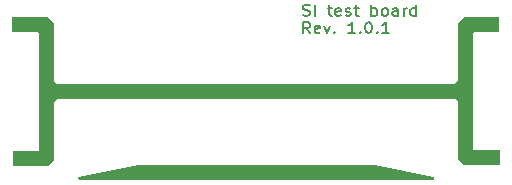
<source format=gbr>
%TF.GenerationSoftware,KiCad,Pcbnew,8.0.7-rc1-202412020537~5dd4718db0~ubuntu22.04.1*%
%TF.CreationDate,2025-02-21T12:43:02+01:00*%
%TF.ProjectId,DIFF_PN,44494646-5f50-44e2-9e6b-696361645f70,1.0.1*%
%TF.SameCoordinates,Original*%
%TF.FileFunction,Soldermask,Top*%
%TF.FilePolarity,Negative*%
%FSLAX46Y46*%
G04 Gerber Fmt 4.6, Leading zero omitted, Abs format (unit mm)*
G04 Created by KiCad (PCBNEW 8.0.7-rc1-202412020537~5dd4718db0~ubuntu22.04.1) date 2025-02-21 12:43:02*
%MOMM*%
%LPD*%
G01*
G04 APERTURE LIST*
%ADD10C,0.000000*%
%ADD11C,0.150000*%
G04 APERTURE END LIST*
D10*
G36*
X100959500Y-106650000D02*
G01*
X98380000Y-106650000D01*
X98380000Y-105360000D01*
X100959500Y-105360000D01*
X100959500Y-106650000D01*
G37*
G36*
X137430000Y-116670000D02*
G01*
X136139998Y-116670000D01*
X136139998Y-106690500D01*
X137430000Y-106690500D01*
X137430000Y-116670000D01*
G37*
G36*
X139670000Y-117931764D02*
G01*
X137090500Y-117931764D01*
X137090501Y-116641764D01*
X139670001Y-116641764D01*
X139670000Y-117931764D01*
G37*
G36*
X101910001Y-116689500D02*
G01*
X100620000Y-116689500D01*
X100620000Y-106710000D01*
X101910001Y-106710000D01*
X101910001Y-116689500D01*
G37*
G36*
X136239750Y-112290000D02*
G01*
X101760250Y-112290000D01*
X101760250Y-111000000D01*
X136239750Y-111000000D01*
X136239750Y-112290000D01*
G37*
G36*
X139629500Y-106660000D02*
G01*
X137420000Y-106660000D01*
X137420000Y-105370000D01*
X139629500Y-105370000D01*
X139629500Y-106660000D01*
G37*
G36*
X100630000Y-117973973D02*
G01*
X98420500Y-117973973D01*
X98420500Y-116683973D01*
X100630000Y-116683973D01*
X100630000Y-117973973D01*
G37*
D11*
X122989160Y-105194225D02*
X123132017Y-105237082D01*
X123132017Y-105237082D02*
X123370112Y-105237082D01*
X123370112Y-105237082D02*
X123465350Y-105194225D01*
X123465350Y-105194225D02*
X123512969Y-105151367D01*
X123512969Y-105151367D02*
X123560588Y-105065653D01*
X123560588Y-105065653D02*
X123560588Y-104979939D01*
X123560588Y-104979939D02*
X123512969Y-104894225D01*
X123512969Y-104894225D02*
X123465350Y-104851367D01*
X123465350Y-104851367D02*
X123370112Y-104808510D01*
X123370112Y-104808510D02*
X123179636Y-104765653D01*
X123179636Y-104765653D02*
X123084398Y-104722796D01*
X123084398Y-104722796D02*
X123036779Y-104679939D01*
X123036779Y-104679939D02*
X122989160Y-104594225D01*
X122989160Y-104594225D02*
X122989160Y-104508510D01*
X122989160Y-104508510D02*
X123036779Y-104422796D01*
X123036779Y-104422796D02*
X123084398Y-104379939D01*
X123084398Y-104379939D02*
X123179636Y-104337082D01*
X123179636Y-104337082D02*
X123417731Y-104337082D01*
X123417731Y-104337082D02*
X123560588Y-104379939D01*
X123989160Y-105237082D02*
X123989160Y-104337082D01*
X125084398Y-104637082D02*
X125465350Y-104637082D01*
X125227255Y-104337082D02*
X125227255Y-105108510D01*
X125227255Y-105108510D02*
X125274874Y-105194225D01*
X125274874Y-105194225D02*
X125370112Y-105237082D01*
X125370112Y-105237082D02*
X125465350Y-105237082D01*
X126179636Y-105194225D02*
X126084398Y-105237082D01*
X126084398Y-105237082D02*
X125893922Y-105237082D01*
X125893922Y-105237082D02*
X125798684Y-105194225D01*
X125798684Y-105194225D02*
X125751065Y-105108510D01*
X125751065Y-105108510D02*
X125751065Y-104765653D01*
X125751065Y-104765653D02*
X125798684Y-104679939D01*
X125798684Y-104679939D02*
X125893922Y-104637082D01*
X125893922Y-104637082D02*
X126084398Y-104637082D01*
X126084398Y-104637082D02*
X126179636Y-104679939D01*
X126179636Y-104679939D02*
X126227255Y-104765653D01*
X126227255Y-104765653D02*
X126227255Y-104851367D01*
X126227255Y-104851367D02*
X125751065Y-104937082D01*
X126608208Y-105194225D02*
X126703446Y-105237082D01*
X126703446Y-105237082D02*
X126893922Y-105237082D01*
X126893922Y-105237082D02*
X126989160Y-105194225D01*
X126989160Y-105194225D02*
X127036779Y-105108510D01*
X127036779Y-105108510D02*
X127036779Y-105065653D01*
X127036779Y-105065653D02*
X126989160Y-104979939D01*
X126989160Y-104979939D02*
X126893922Y-104937082D01*
X126893922Y-104937082D02*
X126751065Y-104937082D01*
X126751065Y-104937082D02*
X126655827Y-104894225D01*
X126655827Y-104894225D02*
X126608208Y-104808510D01*
X126608208Y-104808510D02*
X126608208Y-104765653D01*
X126608208Y-104765653D02*
X126655827Y-104679939D01*
X126655827Y-104679939D02*
X126751065Y-104637082D01*
X126751065Y-104637082D02*
X126893922Y-104637082D01*
X126893922Y-104637082D02*
X126989160Y-104679939D01*
X127322494Y-104637082D02*
X127703446Y-104637082D01*
X127465351Y-104337082D02*
X127465351Y-105108510D01*
X127465351Y-105108510D02*
X127512970Y-105194225D01*
X127512970Y-105194225D02*
X127608208Y-105237082D01*
X127608208Y-105237082D02*
X127703446Y-105237082D01*
X128798685Y-105237082D02*
X128798685Y-104337082D01*
X128798685Y-104679939D02*
X128893923Y-104637082D01*
X128893923Y-104637082D02*
X129084399Y-104637082D01*
X129084399Y-104637082D02*
X129179637Y-104679939D01*
X129179637Y-104679939D02*
X129227256Y-104722796D01*
X129227256Y-104722796D02*
X129274875Y-104808510D01*
X129274875Y-104808510D02*
X129274875Y-105065653D01*
X129274875Y-105065653D02*
X129227256Y-105151367D01*
X129227256Y-105151367D02*
X129179637Y-105194225D01*
X129179637Y-105194225D02*
X129084399Y-105237082D01*
X129084399Y-105237082D02*
X128893923Y-105237082D01*
X128893923Y-105237082D02*
X128798685Y-105194225D01*
X129846304Y-105237082D02*
X129751066Y-105194225D01*
X129751066Y-105194225D02*
X129703447Y-105151367D01*
X129703447Y-105151367D02*
X129655828Y-105065653D01*
X129655828Y-105065653D02*
X129655828Y-104808510D01*
X129655828Y-104808510D02*
X129703447Y-104722796D01*
X129703447Y-104722796D02*
X129751066Y-104679939D01*
X129751066Y-104679939D02*
X129846304Y-104637082D01*
X129846304Y-104637082D02*
X129989161Y-104637082D01*
X129989161Y-104637082D02*
X130084399Y-104679939D01*
X130084399Y-104679939D02*
X130132018Y-104722796D01*
X130132018Y-104722796D02*
X130179637Y-104808510D01*
X130179637Y-104808510D02*
X130179637Y-105065653D01*
X130179637Y-105065653D02*
X130132018Y-105151367D01*
X130132018Y-105151367D02*
X130084399Y-105194225D01*
X130084399Y-105194225D02*
X129989161Y-105237082D01*
X129989161Y-105237082D02*
X129846304Y-105237082D01*
X131036780Y-105237082D02*
X131036780Y-104765653D01*
X131036780Y-104765653D02*
X130989161Y-104679939D01*
X130989161Y-104679939D02*
X130893923Y-104637082D01*
X130893923Y-104637082D02*
X130703447Y-104637082D01*
X130703447Y-104637082D02*
X130608209Y-104679939D01*
X131036780Y-105194225D02*
X130941542Y-105237082D01*
X130941542Y-105237082D02*
X130703447Y-105237082D01*
X130703447Y-105237082D02*
X130608209Y-105194225D01*
X130608209Y-105194225D02*
X130560590Y-105108510D01*
X130560590Y-105108510D02*
X130560590Y-105022796D01*
X130560590Y-105022796D02*
X130608209Y-104937082D01*
X130608209Y-104937082D02*
X130703447Y-104894225D01*
X130703447Y-104894225D02*
X130941542Y-104894225D01*
X130941542Y-104894225D02*
X131036780Y-104851367D01*
X131512971Y-105237082D02*
X131512971Y-104637082D01*
X131512971Y-104808510D02*
X131560590Y-104722796D01*
X131560590Y-104722796D02*
X131608209Y-104679939D01*
X131608209Y-104679939D02*
X131703447Y-104637082D01*
X131703447Y-104637082D02*
X131798685Y-104637082D01*
X132560590Y-105237082D02*
X132560590Y-104337082D01*
X132560590Y-105194225D02*
X132465352Y-105237082D01*
X132465352Y-105237082D02*
X132274876Y-105237082D01*
X132274876Y-105237082D02*
X132179638Y-105194225D01*
X132179638Y-105194225D02*
X132132019Y-105151367D01*
X132132019Y-105151367D02*
X132084400Y-105065653D01*
X132084400Y-105065653D02*
X132084400Y-104808510D01*
X132084400Y-104808510D02*
X132132019Y-104722796D01*
X132132019Y-104722796D02*
X132179638Y-104679939D01*
X132179638Y-104679939D02*
X132274876Y-104637082D01*
X132274876Y-104637082D02*
X132465352Y-104637082D01*
X132465352Y-104637082D02*
X132560590Y-104679939D01*
X123608207Y-106686032D02*
X123274874Y-106257460D01*
X123036779Y-106686032D02*
X123036779Y-105786032D01*
X123036779Y-105786032D02*
X123417731Y-105786032D01*
X123417731Y-105786032D02*
X123512969Y-105828889D01*
X123512969Y-105828889D02*
X123560588Y-105871746D01*
X123560588Y-105871746D02*
X123608207Y-105957460D01*
X123608207Y-105957460D02*
X123608207Y-106086032D01*
X123608207Y-106086032D02*
X123560588Y-106171746D01*
X123560588Y-106171746D02*
X123512969Y-106214603D01*
X123512969Y-106214603D02*
X123417731Y-106257460D01*
X123417731Y-106257460D02*
X123036779Y-106257460D01*
X124417731Y-106643175D02*
X124322493Y-106686032D01*
X124322493Y-106686032D02*
X124132017Y-106686032D01*
X124132017Y-106686032D02*
X124036779Y-106643175D01*
X124036779Y-106643175D02*
X123989160Y-106557460D01*
X123989160Y-106557460D02*
X123989160Y-106214603D01*
X123989160Y-106214603D02*
X124036779Y-106128889D01*
X124036779Y-106128889D02*
X124132017Y-106086032D01*
X124132017Y-106086032D02*
X124322493Y-106086032D01*
X124322493Y-106086032D02*
X124417731Y-106128889D01*
X124417731Y-106128889D02*
X124465350Y-106214603D01*
X124465350Y-106214603D02*
X124465350Y-106300317D01*
X124465350Y-106300317D02*
X123989160Y-106386032D01*
X124798684Y-106086032D02*
X125036779Y-106686032D01*
X125036779Y-106686032D02*
X125274874Y-106086032D01*
X125655827Y-106600317D02*
X125703446Y-106643175D01*
X125703446Y-106643175D02*
X125655827Y-106686032D01*
X125655827Y-106686032D02*
X125608208Y-106643175D01*
X125608208Y-106643175D02*
X125655827Y-106600317D01*
X125655827Y-106600317D02*
X125655827Y-106686032D01*
X127417731Y-106686032D02*
X126846303Y-106686032D01*
X127132017Y-106686032D02*
X127132017Y-105786032D01*
X127132017Y-105786032D02*
X127036779Y-105914603D01*
X127036779Y-105914603D02*
X126941541Y-106000317D01*
X126941541Y-106000317D02*
X126846303Y-106043175D01*
X127846303Y-106600317D02*
X127893922Y-106643175D01*
X127893922Y-106643175D02*
X127846303Y-106686032D01*
X127846303Y-106686032D02*
X127798684Y-106643175D01*
X127798684Y-106643175D02*
X127846303Y-106600317D01*
X127846303Y-106600317D02*
X127846303Y-106686032D01*
X128512969Y-105786032D02*
X128608207Y-105786032D01*
X128608207Y-105786032D02*
X128703445Y-105828889D01*
X128703445Y-105828889D02*
X128751064Y-105871746D01*
X128751064Y-105871746D02*
X128798683Y-105957460D01*
X128798683Y-105957460D02*
X128846302Y-106128889D01*
X128846302Y-106128889D02*
X128846302Y-106343175D01*
X128846302Y-106343175D02*
X128798683Y-106514603D01*
X128798683Y-106514603D02*
X128751064Y-106600317D01*
X128751064Y-106600317D02*
X128703445Y-106643175D01*
X128703445Y-106643175D02*
X128608207Y-106686032D01*
X128608207Y-106686032D02*
X128512969Y-106686032D01*
X128512969Y-106686032D02*
X128417731Y-106643175D01*
X128417731Y-106643175D02*
X128370112Y-106600317D01*
X128370112Y-106600317D02*
X128322493Y-106514603D01*
X128322493Y-106514603D02*
X128274874Y-106343175D01*
X128274874Y-106343175D02*
X128274874Y-106128889D01*
X128274874Y-106128889D02*
X128322493Y-105957460D01*
X128322493Y-105957460D02*
X128370112Y-105871746D01*
X128370112Y-105871746D02*
X128417731Y-105828889D01*
X128417731Y-105828889D02*
X128512969Y-105786032D01*
X129274874Y-106600317D02*
X129322493Y-106643175D01*
X129322493Y-106643175D02*
X129274874Y-106686032D01*
X129274874Y-106686032D02*
X129227255Y-106643175D01*
X129227255Y-106643175D02*
X129274874Y-106600317D01*
X129274874Y-106600317D02*
X129274874Y-106686032D01*
X130274873Y-106686032D02*
X129703445Y-106686032D01*
X129989159Y-106686032D02*
X129989159Y-105786032D01*
X129989159Y-105786032D02*
X129893921Y-105914603D01*
X129893921Y-105914603D02*
X129798683Y-106000317D01*
X129798683Y-106000317D02*
X129703445Y-106043175D01*
G36*
X101430566Y-105359152D02*
G01*
X101910848Y-105839434D01*
X101911000Y-105839801D01*
X101911000Y-106740413D01*
X101910414Y-106740999D01*
X100629801Y-106741000D01*
X100629434Y-106740848D01*
X100539152Y-106650566D01*
X100539000Y-106650199D01*
X100539000Y-105359586D01*
X100539586Y-105359000D01*
X101430199Y-105359000D01*
X101430566Y-105359152D01*
G37*
G36*
X137012566Y-111202652D02*
G01*
X137102848Y-111292934D01*
X137103000Y-111293301D01*
X137103000Y-112583915D01*
X137102414Y-112584501D01*
X136211801Y-112584501D01*
X136211434Y-112584349D01*
X135731152Y-112104066D01*
X135731000Y-112103699D01*
X135731000Y-111203086D01*
X135731586Y-111202500D01*
X137012199Y-111202500D01*
X137012566Y-111202652D01*
G37*
G36*
X137521000Y-105369586D02*
G01*
X137521000Y-106650199D01*
X137520848Y-106650566D01*
X137430566Y-106740848D01*
X137430199Y-106741000D01*
X136139586Y-106741000D01*
X136139000Y-106740414D01*
X136139000Y-105849801D01*
X136139152Y-105849434D01*
X136619434Y-105369152D01*
X136619801Y-105369000D01*
X137520414Y-105369000D01*
X137521000Y-105369586D01*
G37*
G36*
X101911000Y-116603559D02*
G01*
X101911000Y-117494172D01*
X101910848Y-117494539D01*
X101430566Y-117974821D01*
X101430199Y-117974973D01*
X100529586Y-117974973D01*
X100529000Y-117974387D01*
X100529000Y-116693774D01*
X100529152Y-116693407D01*
X100619434Y-116603125D01*
X100619801Y-116602973D01*
X101910414Y-116602973D01*
X101911000Y-116603559D01*
G37*
G36*
X137420566Y-116550916D02*
G01*
X137510848Y-116641198D01*
X137511000Y-116641565D01*
X137511000Y-117932178D01*
X137510414Y-117932764D01*
X136619801Y-117932764D01*
X136619434Y-117932612D01*
X136139152Y-117452330D01*
X136139000Y-117451963D01*
X136139001Y-116551351D01*
X136139587Y-116550765D01*
X137420199Y-116550764D01*
X137420566Y-116550916D01*
G37*
G36*
X129061968Y-117917339D02*
G01*
X134022541Y-118886812D01*
X134085560Y-118919509D01*
X134120898Y-118981086D01*
X134117335Y-119051993D01*
X134076003Y-119109718D01*
X134010023Y-119135933D01*
X133998373Y-119136473D01*
X104061842Y-119136473D01*
X103993721Y-119116471D01*
X103947228Y-119062815D01*
X103937124Y-118992541D01*
X103966618Y-118927961D01*
X104026344Y-118889577D01*
X104037859Y-118886777D01*
X109038117Y-117917304D01*
X109062100Y-117915000D01*
X129037800Y-117915000D01*
X129061968Y-117917339D01*
G37*
G36*
X101804066Y-110703151D02*
G01*
X102284348Y-111183434D01*
X102284500Y-111183801D01*
X102284500Y-112084414D01*
X102283914Y-112085000D01*
X101003301Y-112085000D01*
X101002934Y-112084848D01*
X100912652Y-111994566D01*
X100912500Y-111994199D01*
X100912500Y-110703585D01*
X100913086Y-110702999D01*
X101803699Y-110702999D01*
X101804066Y-110703151D01*
G37*
G36*
X102279000Y-111286586D02*
G01*
X102279000Y-112177199D01*
X102278848Y-112177566D01*
X101798566Y-112657848D01*
X101798199Y-112658000D01*
X100897586Y-112658000D01*
X100897000Y-112657414D01*
X100897000Y-111376800D01*
X100897152Y-111376433D01*
X100912793Y-111360792D01*
X100987434Y-111286152D01*
X100987801Y-111286000D01*
X102278414Y-111286000D01*
X102279000Y-111286586D01*
G37*
G36*
X137118500Y-110630086D02*
G01*
X137118500Y-111910699D01*
X137118348Y-111911066D01*
X137028066Y-112001348D01*
X137027699Y-112001500D01*
X135737086Y-112001500D01*
X135736500Y-112000914D01*
X135736500Y-111110301D01*
X135736652Y-111109934D01*
X136216934Y-110629652D01*
X136217301Y-110629500D01*
X137117914Y-110629500D01*
X137118500Y-110630086D01*
G37*
M02*

</source>
